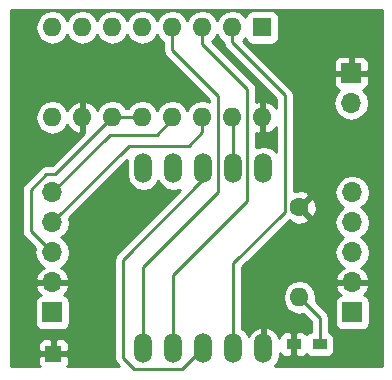
<source format=gbr>
G04 #@! TF.FileFunction,Copper,L1,Top,Signal*
%FSLAX46Y46*%
G04 Gerber Fmt 4.6, Leading zero omitted, Abs format (unit mm)*
G04 Created by KiCad (PCBNEW 4.0.7) date 12/07/18 00:23:05*
%MOMM*%
%LPD*%
G01*
G04 APERTURE LIST*
%ADD10C,0.100000*%
%ADD11R,1.700000X1.700000*%
%ADD12O,1.700000X1.700000*%
%ADD13R,1.600000X1.600000*%
%ADD14O,1.600000X1.600000*%
%ADD15O,1.524000X2.524000*%
%ADD16C,1.600000*%
%ADD17R,1.200000X0.900000*%
%ADD18R,1.350000X1.350000*%
%ADD19C,0.250000*%
%ADD20C,0.254000*%
G04 APERTURE END LIST*
D10*
D11*
X181406800Y-81483200D03*
D12*
X181406800Y-84023200D03*
D11*
X181508400Y-101752400D03*
D12*
X181508400Y-99212400D03*
X181508400Y-96672400D03*
X181508400Y-94132400D03*
X181508400Y-91592400D03*
D13*
X173888400Y-77622400D03*
D14*
X156108400Y-85242400D03*
X171348400Y-77622400D03*
X158648400Y-85242400D03*
X168808400Y-77622400D03*
X161188400Y-85242400D03*
X166268400Y-77622400D03*
X163728400Y-85242400D03*
X163728400Y-77622400D03*
X166268400Y-85242400D03*
X161188400Y-77622400D03*
X168808400Y-85242400D03*
X158648400Y-77622400D03*
X171348400Y-85242400D03*
X156108400Y-77622400D03*
X173888400Y-85242400D03*
D15*
X163830000Y-104800400D03*
X166370000Y-104800400D03*
X168910000Y-104800400D03*
X171450000Y-104800400D03*
X173990000Y-104800400D03*
X173990000Y-89560400D03*
X171450000Y-89560400D03*
X168910000Y-89560400D03*
X166370000Y-89560400D03*
X163830000Y-89560400D03*
D11*
X156108400Y-101752400D03*
D12*
X156108400Y-99212400D03*
X156108400Y-96672400D03*
X156108400Y-94132400D03*
X156108400Y-91592400D03*
D16*
X177038000Y-92862400D03*
D14*
X177038000Y-100482400D03*
D17*
X176547600Y-104444800D03*
X178747600Y-104444800D03*
D18*
X156210000Y-105257600D03*
D19*
X163728400Y-85242400D02*
X161188400Y-85242400D01*
X161188400Y-85242400D02*
X156362400Y-90068400D01*
X156362400Y-90068400D02*
X155600400Y-90068400D01*
X155600400Y-90068400D02*
X154279600Y-91389200D01*
X154279600Y-91389200D02*
X154279600Y-94843600D01*
X154279600Y-94843600D02*
X156108400Y-96672400D01*
X171348400Y-77622400D02*
X171348400Y-78892400D01*
X171450000Y-97586800D02*
X171450000Y-104800400D01*
X175818800Y-93218000D02*
X171450000Y-97586800D01*
X175818800Y-83362800D02*
X175818800Y-93218000D01*
X171348400Y-78892400D02*
X175818800Y-83362800D01*
X168808400Y-77622400D02*
X168808400Y-79044800D01*
X166370000Y-98552000D02*
X166370000Y-104800400D01*
X172618400Y-92303600D02*
X166370000Y-98552000D01*
X172618400Y-82854800D02*
X172618400Y-92303600D01*
X168808400Y-79044800D02*
X172618400Y-82854800D01*
X166268400Y-77622400D02*
X166268400Y-79552800D01*
X163830000Y-97942400D02*
X163830000Y-104800400D01*
X170180000Y-91592400D02*
X163830000Y-97942400D01*
X170180000Y-83464400D02*
X170180000Y-91592400D01*
X166268400Y-79552800D02*
X170180000Y-83464400D01*
X171450000Y-89560400D02*
X171450000Y-85344000D01*
X171450000Y-85344000D02*
X171348400Y-85242400D01*
X168808400Y-85242400D02*
X168808400Y-86512400D01*
X162610800Y-87630000D02*
X156108400Y-94132400D01*
X167690800Y-87630000D02*
X162610800Y-87630000D01*
X168808400Y-86512400D02*
X167690800Y-87630000D01*
X166268400Y-85242400D02*
X166268400Y-85394800D01*
X166268400Y-85394800D02*
X164947600Y-86715600D01*
X160985200Y-86715600D02*
X156108400Y-91592400D01*
X164947600Y-86715600D02*
X160985200Y-86715600D01*
X178747600Y-104444800D02*
X178747600Y-102192000D01*
X178747600Y-102192000D02*
X177038000Y-100482400D01*
X168910000Y-89560400D02*
X168910000Y-90474800D01*
X168910000Y-90474800D02*
X162102800Y-97282000D01*
X167132000Y-106578400D02*
X168910000Y-104800400D01*
X163068000Y-106578400D02*
X167132000Y-106578400D01*
X162102800Y-105613200D02*
X163068000Y-106578400D01*
X162102800Y-97282000D02*
X162102800Y-105613200D01*
D20*
G36*
X183998800Y-106325600D02*
X174930399Y-106325600D01*
X175232059Y-105952341D01*
X175387000Y-105427400D01*
X175387000Y-105200727D01*
X175409273Y-105254499D01*
X175587902Y-105433127D01*
X175821291Y-105529800D01*
X176261850Y-105529800D01*
X176420600Y-105371050D01*
X176420600Y-104571800D01*
X176400600Y-104571800D01*
X176400600Y-104317800D01*
X176420600Y-104317800D01*
X176420600Y-103518550D01*
X176261850Y-103359800D01*
X175821291Y-103359800D01*
X175587902Y-103456473D01*
X175409273Y-103635101D01*
X175312600Y-103868490D01*
X175312600Y-103921332D01*
X175232059Y-103648459D01*
X174888026Y-103222770D01*
X174407277Y-102961140D01*
X174333070Y-102946180D01*
X174117000Y-103068680D01*
X174117000Y-104673400D01*
X174137000Y-104673400D01*
X174137000Y-104927400D01*
X174117000Y-104927400D01*
X174117000Y-104947400D01*
X173863000Y-104947400D01*
X173863000Y-104927400D01*
X173843000Y-104927400D01*
X173843000Y-104673400D01*
X173863000Y-104673400D01*
X173863000Y-103068680D01*
X173646930Y-102946180D01*
X173572723Y-102961140D01*
X173091974Y-103222770D01*
X172747941Y-103648459D01*
X172729298Y-103711622D01*
X172437828Y-103275408D01*
X172210000Y-103123178D01*
X172210000Y-100454287D01*
X175603000Y-100454287D01*
X175603000Y-100510513D01*
X175712233Y-101059664D01*
X176023302Y-101525211D01*
X176488849Y-101836280D01*
X177038000Y-101945513D01*
X177361886Y-101881088D01*
X177987600Y-102506803D01*
X177987600Y-103377466D01*
X177912283Y-103391638D01*
X177696159Y-103530710D01*
X177649631Y-103598806D01*
X177507298Y-103456473D01*
X177273909Y-103359800D01*
X176833350Y-103359800D01*
X176674600Y-103518550D01*
X176674600Y-104317800D01*
X176694600Y-104317800D01*
X176694600Y-104571800D01*
X176674600Y-104571800D01*
X176674600Y-105371050D01*
X176833350Y-105529800D01*
X177273909Y-105529800D01*
X177507298Y-105433127D01*
X177648536Y-105291890D01*
X177683510Y-105346241D01*
X177895710Y-105491231D01*
X178147600Y-105542240D01*
X179347600Y-105542240D01*
X179582917Y-105497962D01*
X179799041Y-105358890D01*
X179944031Y-105146690D01*
X179995040Y-104894800D01*
X179995040Y-103994800D01*
X179950762Y-103759483D01*
X179811690Y-103543359D01*
X179599490Y-103398369D01*
X179507600Y-103379761D01*
X179507600Y-102192000D01*
X179449748Y-101901161D01*
X179406396Y-101836280D01*
X179285002Y-101654599D01*
X178532803Y-100902400D01*
X180010960Y-100902400D01*
X180010960Y-102602400D01*
X180055238Y-102837717D01*
X180194310Y-103053841D01*
X180406510Y-103198831D01*
X180658400Y-103249840D01*
X182358400Y-103249840D01*
X182593717Y-103205562D01*
X182809841Y-103066490D01*
X182954831Y-102854290D01*
X183005840Y-102602400D01*
X183005840Y-100902400D01*
X182961562Y-100667083D01*
X182822490Y-100450959D01*
X182610290Y-100305969D01*
X182502293Y-100284099D01*
X182780045Y-99979324D01*
X182949876Y-99569290D01*
X182828555Y-99339400D01*
X181635400Y-99339400D01*
X181635400Y-99359400D01*
X181381400Y-99359400D01*
X181381400Y-99339400D01*
X180188245Y-99339400D01*
X180066924Y-99569290D01*
X180236755Y-99979324D01*
X180512901Y-100282337D01*
X180423083Y-100299238D01*
X180206959Y-100438310D01*
X180061969Y-100650510D01*
X180010960Y-100902400D01*
X178532803Y-100902400D01*
X178417904Y-100787501D01*
X178473000Y-100510513D01*
X178473000Y-100454287D01*
X178363767Y-99905136D01*
X178052698Y-99439589D01*
X177587151Y-99128520D01*
X177038000Y-99019287D01*
X176488849Y-99128520D01*
X176023302Y-99439589D01*
X175712233Y-99905136D01*
X175603000Y-100454287D01*
X172210000Y-100454287D01*
X172210000Y-97901602D01*
X176217175Y-93894427D01*
X176283995Y-94116264D01*
X176821223Y-94309365D01*
X177391454Y-94282178D01*
X177792005Y-94116264D01*
X177866139Y-93870145D01*
X177038000Y-93042005D01*
X177023858Y-93056148D01*
X176844253Y-92876543D01*
X176858395Y-92862400D01*
X177217605Y-92862400D01*
X178045745Y-93690539D01*
X178291864Y-93616405D01*
X178484965Y-93079177D01*
X178457778Y-92508946D01*
X178291864Y-92108395D01*
X178045745Y-92034261D01*
X177217605Y-92862400D01*
X176858395Y-92862400D01*
X176844253Y-92848258D01*
X177023858Y-92668652D01*
X177038000Y-92682795D01*
X177866139Y-91854655D01*
X177792005Y-91608536D01*
X177747113Y-91592400D01*
X179994307Y-91592400D01*
X180107346Y-92160685D01*
X180429253Y-92642454D01*
X180758426Y-92862400D01*
X180429253Y-93082346D01*
X180107346Y-93564115D01*
X179994307Y-94132400D01*
X180107346Y-94700685D01*
X180429253Y-95182454D01*
X180758426Y-95402400D01*
X180429253Y-95622346D01*
X180107346Y-96104115D01*
X179994307Y-96672400D01*
X180107346Y-97240685D01*
X180429253Y-97722454D01*
X180769953Y-97950102D01*
X180627042Y-98017217D01*
X180236755Y-98445476D01*
X180066924Y-98855510D01*
X180188245Y-99085400D01*
X181381400Y-99085400D01*
X181381400Y-99065400D01*
X181635400Y-99065400D01*
X181635400Y-99085400D01*
X182828555Y-99085400D01*
X182949876Y-98855510D01*
X182780045Y-98445476D01*
X182389758Y-98017217D01*
X182246847Y-97950102D01*
X182587547Y-97722454D01*
X182909454Y-97240685D01*
X183022493Y-96672400D01*
X182909454Y-96104115D01*
X182587547Y-95622346D01*
X182258374Y-95402400D01*
X182587547Y-95182454D01*
X182909454Y-94700685D01*
X183022493Y-94132400D01*
X182909454Y-93564115D01*
X182587547Y-93082346D01*
X182258374Y-92862400D01*
X182587547Y-92642454D01*
X182909454Y-92160685D01*
X183022493Y-91592400D01*
X182909454Y-91024115D01*
X182587547Y-90542346D01*
X182105778Y-90220439D01*
X181537493Y-90107400D01*
X181479307Y-90107400D01*
X180911022Y-90220439D01*
X180429253Y-90542346D01*
X180107346Y-91024115D01*
X179994307Y-91592400D01*
X177747113Y-91592400D01*
X177254777Y-91415435D01*
X176684546Y-91442622D01*
X176578800Y-91486424D01*
X176578800Y-84023200D01*
X179892707Y-84023200D01*
X180005746Y-84591485D01*
X180327653Y-85073254D01*
X180809422Y-85395161D01*
X181377707Y-85508200D01*
X181435893Y-85508200D01*
X182004178Y-85395161D01*
X182485947Y-85073254D01*
X182807854Y-84591485D01*
X182920893Y-84023200D01*
X182807854Y-83454915D01*
X182485947Y-82973146D01*
X182442023Y-82943797D01*
X182616498Y-82871527D01*
X182795127Y-82692899D01*
X182891800Y-82459510D01*
X182891800Y-81768950D01*
X182733050Y-81610200D01*
X181533800Y-81610200D01*
X181533800Y-81630200D01*
X181279800Y-81630200D01*
X181279800Y-81610200D01*
X180080550Y-81610200D01*
X179921800Y-81768950D01*
X179921800Y-82459510D01*
X180018473Y-82692899D01*
X180197102Y-82871527D01*
X180371577Y-82943797D01*
X180327653Y-82973146D01*
X180005746Y-83454915D01*
X179892707Y-84023200D01*
X176578800Y-84023200D01*
X176578800Y-83362800D01*
X176520948Y-83071961D01*
X176520948Y-83071960D01*
X176356201Y-82825399D01*
X174037692Y-80506890D01*
X179921800Y-80506890D01*
X179921800Y-81197450D01*
X180080550Y-81356200D01*
X181279800Y-81356200D01*
X181279800Y-80156950D01*
X181533800Y-80156950D01*
X181533800Y-81356200D01*
X182733050Y-81356200D01*
X182891800Y-81197450D01*
X182891800Y-80506890D01*
X182795127Y-80273501D01*
X182616498Y-80094873D01*
X182383109Y-79998200D01*
X181692550Y-79998200D01*
X181533800Y-80156950D01*
X181279800Y-80156950D01*
X181121050Y-79998200D01*
X180430491Y-79998200D01*
X180197102Y-80094873D01*
X180018473Y-80273501D01*
X179921800Y-80506890D01*
X174037692Y-80506890D01*
X172262938Y-78732136D01*
X172363098Y-78665211D01*
X172459501Y-78520935D01*
X172485238Y-78657717D01*
X172624310Y-78873841D01*
X172836510Y-79018831D01*
X173088400Y-79069840D01*
X174688400Y-79069840D01*
X174923717Y-79025562D01*
X175139841Y-78886490D01*
X175284831Y-78674290D01*
X175335840Y-78422400D01*
X175335840Y-76822400D01*
X175291562Y-76587083D01*
X175152490Y-76370959D01*
X174940290Y-76225969D01*
X174688400Y-76174960D01*
X173088400Y-76174960D01*
X172853083Y-76219238D01*
X172636959Y-76358310D01*
X172491969Y-76570510D01*
X172460585Y-76725489D01*
X172363098Y-76579589D01*
X171897551Y-76268520D01*
X171348400Y-76159287D01*
X170799249Y-76268520D01*
X170333702Y-76579589D01*
X170078400Y-76961675D01*
X169823098Y-76579589D01*
X169357551Y-76268520D01*
X168808400Y-76159287D01*
X168259249Y-76268520D01*
X167793702Y-76579589D01*
X167538400Y-76961675D01*
X167283098Y-76579589D01*
X166817551Y-76268520D01*
X166268400Y-76159287D01*
X165719249Y-76268520D01*
X165253702Y-76579589D01*
X164998400Y-76961675D01*
X164743098Y-76579589D01*
X164277551Y-76268520D01*
X163728400Y-76159287D01*
X163179249Y-76268520D01*
X162713702Y-76579589D01*
X162458400Y-76961675D01*
X162203098Y-76579589D01*
X161737551Y-76268520D01*
X161188400Y-76159287D01*
X160639249Y-76268520D01*
X160173702Y-76579589D01*
X159918400Y-76961675D01*
X159663098Y-76579589D01*
X159197551Y-76268520D01*
X158648400Y-76159287D01*
X158099249Y-76268520D01*
X157633702Y-76579589D01*
X157378400Y-76961675D01*
X157123098Y-76579589D01*
X156657551Y-76268520D01*
X156108400Y-76159287D01*
X155559249Y-76268520D01*
X155093702Y-76579589D01*
X154782633Y-77045136D01*
X154673400Y-77594287D01*
X154673400Y-77650513D01*
X154782633Y-78199664D01*
X155093702Y-78665211D01*
X155559249Y-78976280D01*
X156108400Y-79085513D01*
X156657551Y-78976280D01*
X157123098Y-78665211D01*
X157378400Y-78283125D01*
X157633702Y-78665211D01*
X158099249Y-78976280D01*
X158648400Y-79085513D01*
X159197551Y-78976280D01*
X159663098Y-78665211D01*
X159918400Y-78283125D01*
X160173702Y-78665211D01*
X160639249Y-78976280D01*
X161188400Y-79085513D01*
X161737551Y-78976280D01*
X162203098Y-78665211D01*
X162458400Y-78283125D01*
X162713702Y-78665211D01*
X163179249Y-78976280D01*
X163728400Y-79085513D01*
X164277551Y-78976280D01*
X164743098Y-78665211D01*
X164998400Y-78283125D01*
X165253702Y-78665211D01*
X165508400Y-78835395D01*
X165508400Y-79552800D01*
X165566252Y-79843639D01*
X165730999Y-80090201D01*
X169420000Y-83779202D01*
X169420000Y-83930247D01*
X169357551Y-83888520D01*
X168808400Y-83779287D01*
X168259249Y-83888520D01*
X167793702Y-84199589D01*
X167538400Y-84581675D01*
X167283098Y-84199589D01*
X166817551Y-83888520D01*
X166268400Y-83779287D01*
X165719249Y-83888520D01*
X165253702Y-84199589D01*
X164998400Y-84581675D01*
X164743098Y-84199589D01*
X164277551Y-83888520D01*
X163728400Y-83779287D01*
X163179249Y-83888520D01*
X162713702Y-84199589D01*
X162524733Y-84482400D01*
X162392067Y-84482400D01*
X162203098Y-84199589D01*
X161737551Y-83888520D01*
X161188400Y-83779287D01*
X160639249Y-83888520D01*
X160173702Y-84199589D01*
X159903414Y-84604103D01*
X159800789Y-84387266D01*
X159385823Y-84011359D01*
X158997439Y-83850496D01*
X158775400Y-83972485D01*
X158775400Y-85115400D01*
X158795400Y-85115400D01*
X158795400Y-85369400D01*
X158775400Y-85369400D01*
X158775400Y-86512315D01*
X158819471Y-86536527D01*
X156047598Y-89308400D01*
X155600400Y-89308400D01*
X155309560Y-89366252D01*
X155062999Y-89530999D01*
X153742199Y-90851799D01*
X153577452Y-91098361D01*
X153519600Y-91389200D01*
X153519600Y-94843600D01*
X153577452Y-95134439D01*
X153742199Y-95381001D01*
X154667190Y-96305992D01*
X154594307Y-96672400D01*
X154707346Y-97240685D01*
X155029253Y-97722454D01*
X155369953Y-97950102D01*
X155227042Y-98017217D01*
X154836755Y-98445476D01*
X154666924Y-98855510D01*
X154788245Y-99085400D01*
X155981400Y-99085400D01*
X155981400Y-99065400D01*
X156235400Y-99065400D01*
X156235400Y-99085400D01*
X157428555Y-99085400D01*
X157549876Y-98855510D01*
X157380045Y-98445476D01*
X156989758Y-98017217D01*
X156846847Y-97950102D01*
X157187547Y-97722454D01*
X157509454Y-97240685D01*
X157622493Y-96672400D01*
X157509454Y-96104115D01*
X157187547Y-95622346D01*
X156858374Y-95402400D01*
X157187547Y-95182454D01*
X157509454Y-94700685D01*
X157622493Y-94132400D01*
X157549610Y-93765992D01*
X162467920Y-88847682D01*
X162433000Y-89023236D01*
X162433000Y-90097564D01*
X162539340Y-90632173D01*
X162842172Y-91085392D01*
X163295391Y-91388224D01*
X163830000Y-91494564D01*
X164364609Y-91388224D01*
X164817828Y-91085392D01*
X165100000Y-90663093D01*
X165382172Y-91085392D01*
X165835391Y-91388224D01*
X166370000Y-91494564D01*
X166904609Y-91388224D01*
X166956339Y-91353659D01*
X161565399Y-96744599D01*
X161400652Y-96991161D01*
X161342800Y-97282000D01*
X161342800Y-105613200D01*
X161400652Y-105904039D01*
X161565399Y-106150601D01*
X161740398Y-106325600D01*
X157390026Y-106325600D01*
X157423327Y-106292299D01*
X157520000Y-106058910D01*
X157520000Y-105543350D01*
X157361250Y-105384600D01*
X156337000Y-105384600D01*
X156337000Y-105404600D01*
X156083000Y-105404600D01*
X156083000Y-105384600D01*
X155058750Y-105384600D01*
X154900000Y-105543350D01*
X154900000Y-106058910D01*
X154996673Y-106292299D01*
X155029974Y-106325600D01*
X152602000Y-106325600D01*
X152602000Y-104456290D01*
X154900000Y-104456290D01*
X154900000Y-104971850D01*
X155058750Y-105130600D01*
X156083000Y-105130600D01*
X156083000Y-104106350D01*
X156337000Y-104106350D01*
X156337000Y-105130600D01*
X157361250Y-105130600D01*
X157520000Y-104971850D01*
X157520000Y-104456290D01*
X157423327Y-104222901D01*
X157244698Y-104044273D01*
X157011309Y-103947600D01*
X156495750Y-103947600D01*
X156337000Y-104106350D01*
X156083000Y-104106350D01*
X155924250Y-103947600D01*
X155408691Y-103947600D01*
X155175302Y-104044273D01*
X154996673Y-104222901D01*
X154900000Y-104456290D01*
X152602000Y-104456290D01*
X152602000Y-100902400D01*
X154610960Y-100902400D01*
X154610960Y-102602400D01*
X154655238Y-102837717D01*
X154794310Y-103053841D01*
X155006510Y-103198831D01*
X155258400Y-103249840D01*
X156958400Y-103249840D01*
X157193717Y-103205562D01*
X157409841Y-103066490D01*
X157554831Y-102854290D01*
X157605840Y-102602400D01*
X157605840Y-100902400D01*
X157561562Y-100667083D01*
X157422490Y-100450959D01*
X157210290Y-100305969D01*
X157102293Y-100284099D01*
X157380045Y-99979324D01*
X157549876Y-99569290D01*
X157428555Y-99339400D01*
X156235400Y-99339400D01*
X156235400Y-99359400D01*
X155981400Y-99359400D01*
X155981400Y-99339400D01*
X154788245Y-99339400D01*
X154666924Y-99569290D01*
X154836755Y-99979324D01*
X155112901Y-100282337D01*
X155023083Y-100299238D01*
X154806959Y-100438310D01*
X154661969Y-100650510D01*
X154610960Y-100902400D01*
X152602000Y-100902400D01*
X152602000Y-85214287D01*
X154673400Y-85214287D01*
X154673400Y-85270513D01*
X154782633Y-85819664D01*
X155093702Y-86285211D01*
X155559249Y-86596280D01*
X156108400Y-86705513D01*
X156657551Y-86596280D01*
X157123098Y-86285211D01*
X157393386Y-85880697D01*
X157496011Y-86097534D01*
X157910977Y-86473441D01*
X158299361Y-86634304D01*
X158521400Y-86512315D01*
X158521400Y-85369400D01*
X158501400Y-85369400D01*
X158501400Y-85115400D01*
X158521400Y-85115400D01*
X158521400Y-83972485D01*
X158299361Y-83850496D01*
X157910977Y-84011359D01*
X157496011Y-84387266D01*
X157393386Y-84604103D01*
X157123098Y-84199589D01*
X156657551Y-83888520D01*
X156108400Y-83779287D01*
X155559249Y-83888520D01*
X155093702Y-84199589D01*
X154782633Y-84665136D01*
X154673400Y-85214287D01*
X152602000Y-85214287D01*
X152602000Y-76148000D01*
X183998800Y-76148000D01*
X183998800Y-106325600D01*
X183998800Y-106325600D01*
G37*
X183998800Y-106325600D02*
X174930399Y-106325600D01*
X175232059Y-105952341D01*
X175387000Y-105427400D01*
X175387000Y-105200727D01*
X175409273Y-105254499D01*
X175587902Y-105433127D01*
X175821291Y-105529800D01*
X176261850Y-105529800D01*
X176420600Y-105371050D01*
X176420600Y-104571800D01*
X176400600Y-104571800D01*
X176400600Y-104317800D01*
X176420600Y-104317800D01*
X176420600Y-103518550D01*
X176261850Y-103359800D01*
X175821291Y-103359800D01*
X175587902Y-103456473D01*
X175409273Y-103635101D01*
X175312600Y-103868490D01*
X175312600Y-103921332D01*
X175232059Y-103648459D01*
X174888026Y-103222770D01*
X174407277Y-102961140D01*
X174333070Y-102946180D01*
X174117000Y-103068680D01*
X174117000Y-104673400D01*
X174137000Y-104673400D01*
X174137000Y-104927400D01*
X174117000Y-104927400D01*
X174117000Y-104947400D01*
X173863000Y-104947400D01*
X173863000Y-104927400D01*
X173843000Y-104927400D01*
X173843000Y-104673400D01*
X173863000Y-104673400D01*
X173863000Y-103068680D01*
X173646930Y-102946180D01*
X173572723Y-102961140D01*
X173091974Y-103222770D01*
X172747941Y-103648459D01*
X172729298Y-103711622D01*
X172437828Y-103275408D01*
X172210000Y-103123178D01*
X172210000Y-100454287D01*
X175603000Y-100454287D01*
X175603000Y-100510513D01*
X175712233Y-101059664D01*
X176023302Y-101525211D01*
X176488849Y-101836280D01*
X177038000Y-101945513D01*
X177361886Y-101881088D01*
X177987600Y-102506803D01*
X177987600Y-103377466D01*
X177912283Y-103391638D01*
X177696159Y-103530710D01*
X177649631Y-103598806D01*
X177507298Y-103456473D01*
X177273909Y-103359800D01*
X176833350Y-103359800D01*
X176674600Y-103518550D01*
X176674600Y-104317800D01*
X176694600Y-104317800D01*
X176694600Y-104571800D01*
X176674600Y-104571800D01*
X176674600Y-105371050D01*
X176833350Y-105529800D01*
X177273909Y-105529800D01*
X177507298Y-105433127D01*
X177648536Y-105291890D01*
X177683510Y-105346241D01*
X177895710Y-105491231D01*
X178147600Y-105542240D01*
X179347600Y-105542240D01*
X179582917Y-105497962D01*
X179799041Y-105358890D01*
X179944031Y-105146690D01*
X179995040Y-104894800D01*
X179995040Y-103994800D01*
X179950762Y-103759483D01*
X179811690Y-103543359D01*
X179599490Y-103398369D01*
X179507600Y-103379761D01*
X179507600Y-102192000D01*
X179449748Y-101901161D01*
X179406396Y-101836280D01*
X179285002Y-101654599D01*
X178532803Y-100902400D01*
X180010960Y-100902400D01*
X180010960Y-102602400D01*
X180055238Y-102837717D01*
X180194310Y-103053841D01*
X180406510Y-103198831D01*
X180658400Y-103249840D01*
X182358400Y-103249840D01*
X182593717Y-103205562D01*
X182809841Y-103066490D01*
X182954831Y-102854290D01*
X183005840Y-102602400D01*
X183005840Y-100902400D01*
X182961562Y-100667083D01*
X182822490Y-100450959D01*
X182610290Y-100305969D01*
X182502293Y-100284099D01*
X182780045Y-99979324D01*
X182949876Y-99569290D01*
X182828555Y-99339400D01*
X181635400Y-99339400D01*
X181635400Y-99359400D01*
X181381400Y-99359400D01*
X181381400Y-99339400D01*
X180188245Y-99339400D01*
X180066924Y-99569290D01*
X180236755Y-99979324D01*
X180512901Y-100282337D01*
X180423083Y-100299238D01*
X180206959Y-100438310D01*
X180061969Y-100650510D01*
X180010960Y-100902400D01*
X178532803Y-100902400D01*
X178417904Y-100787501D01*
X178473000Y-100510513D01*
X178473000Y-100454287D01*
X178363767Y-99905136D01*
X178052698Y-99439589D01*
X177587151Y-99128520D01*
X177038000Y-99019287D01*
X176488849Y-99128520D01*
X176023302Y-99439589D01*
X175712233Y-99905136D01*
X175603000Y-100454287D01*
X172210000Y-100454287D01*
X172210000Y-97901602D01*
X176217175Y-93894427D01*
X176283995Y-94116264D01*
X176821223Y-94309365D01*
X177391454Y-94282178D01*
X177792005Y-94116264D01*
X177866139Y-93870145D01*
X177038000Y-93042005D01*
X177023858Y-93056148D01*
X176844253Y-92876543D01*
X176858395Y-92862400D01*
X177217605Y-92862400D01*
X178045745Y-93690539D01*
X178291864Y-93616405D01*
X178484965Y-93079177D01*
X178457778Y-92508946D01*
X178291864Y-92108395D01*
X178045745Y-92034261D01*
X177217605Y-92862400D01*
X176858395Y-92862400D01*
X176844253Y-92848258D01*
X177023858Y-92668652D01*
X177038000Y-92682795D01*
X177866139Y-91854655D01*
X177792005Y-91608536D01*
X177747113Y-91592400D01*
X179994307Y-91592400D01*
X180107346Y-92160685D01*
X180429253Y-92642454D01*
X180758426Y-92862400D01*
X180429253Y-93082346D01*
X180107346Y-93564115D01*
X179994307Y-94132400D01*
X180107346Y-94700685D01*
X180429253Y-95182454D01*
X180758426Y-95402400D01*
X180429253Y-95622346D01*
X180107346Y-96104115D01*
X179994307Y-96672400D01*
X180107346Y-97240685D01*
X180429253Y-97722454D01*
X180769953Y-97950102D01*
X180627042Y-98017217D01*
X180236755Y-98445476D01*
X180066924Y-98855510D01*
X180188245Y-99085400D01*
X181381400Y-99085400D01*
X181381400Y-99065400D01*
X181635400Y-99065400D01*
X181635400Y-99085400D01*
X182828555Y-99085400D01*
X182949876Y-98855510D01*
X182780045Y-98445476D01*
X182389758Y-98017217D01*
X182246847Y-97950102D01*
X182587547Y-97722454D01*
X182909454Y-97240685D01*
X183022493Y-96672400D01*
X182909454Y-96104115D01*
X182587547Y-95622346D01*
X182258374Y-95402400D01*
X182587547Y-95182454D01*
X182909454Y-94700685D01*
X183022493Y-94132400D01*
X182909454Y-93564115D01*
X182587547Y-93082346D01*
X182258374Y-92862400D01*
X182587547Y-92642454D01*
X182909454Y-92160685D01*
X183022493Y-91592400D01*
X182909454Y-91024115D01*
X182587547Y-90542346D01*
X182105778Y-90220439D01*
X181537493Y-90107400D01*
X181479307Y-90107400D01*
X180911022Y-90220439D01*
X180429253Y-90542346D01*
X180107346Y-91024115D01*
X179994307Y-91592400D01*
X177747113Y-91592400D01*
X177254777Y-91415435D01*
X176684546Y-91442622D01*
X176578800Y-91486424D01*
X176578800Y-84023200D01*
X179892707Y-84023200D01*
X180005746Y-84591485D01*
X180327653Y-85073254D01*
X180809422Y-85395161D01*
X181377707Y-85508200D01*
X181435893Y-85508200D01*
X182004178Y-85395161D01*
X182485947Y-85073254D01*
X182807854Y-84591485D01*
X182920893Y-84023200D01*
X182807854Y-83454915D01*
X182485947Y-82973146D01*
X182442023Y-82943797D01*
X182616498Y-82871527D01*
X182795127Y-82692899D01*
X182891800Y-82459510D01*
X182891800Y-81768950D01*
X182733050Y-81610200D01*
X181533800Y-81610200D01*
X181533800Y-81630200D01*
X181279800Y-81630200D01*
X181279800Y-81610200D01*
X180080550Y-81610200D01*
X179921800Y-81768950D01*
X179921800Y-82459510D01*
X180018473Y-82692899D01*
X180197102Y-82871527D01*
X180371577Y-82943797D01*
X180327653Y-82973146D01*
X180005746Y-83454915D01*
X179892707Y-84023200D01*
X176578800Y-84023200D01*
X176578800Y-83362800D01*
X176520948Y-83071961D01*
X176520948Y-83071960D01*
X176356201Y-82825399D01*
X174037692Y-80506890D01*
X179921800Y-80506890D01*
X179921800Y-81197450D01*
X180080550Y-81356200D01*
X181279800Y-81356200D01*
X181279800Y-80156950D01*
X181533800Y-80156950D01*
X181533800Y-81356200D01*
X182733050Y-81356200D01*
X182891800Y-81197450D01*
X182891800Y-80506890D01*
X182795127Y-80273501D01*
X182616498Y-80094873D01*
X182383109Y-79998200D01*
X181692550Y-79998200D01*
X181533800Y-80156950D01*
X181279800Y-80156950D01*
X181121050Y-79998200D01*
X180430491Y-79998200D01*
X180197102Y-80094873D01*
X180018473Y-80273501D01*
X179921800Y-80506890D01*
X174037692Y-80506890D01*
X172262938Y-78732136D01*
X172363098Y-78665211D01*
X172459501Y-78520935D01*
X172485238Y-78657717D01*
X172624310Y-78873841D01*
X172836510Y-79018831D01*
X173088400Y-79069840D01*
X174688400Y-79069840D01*
X174923717Y-79025562D01*
X175139841Y-78886490D01*
X175284831Y-78674290D01*
X175335840Y-78422400D01*
X175335840Y-76822400D01*
X175291562Y-76587083D01*
X175152490Y-76370959D01*
X174940290Y-76225969D01*
X174688400Y-76174960D01*
X173088400Y-76174960D01*
X172853083Y-76219238D01*
X172636959Y-76358310D01*
X172491969Y-76570510D01*
X172460585Y-76725489D01*
X172363098Y-76579589D01*
X171897551Y-76268520D01*
X171348400Y-76159287D01*
X170799249Y-76268520D01*
X170333702Y-76579589D01*
X170078400Y-76961675D01*
X169823098Y-76579589D01*
X169357551Y-76268520D01*
X168808400Y-76159287D01*
X168259249Y-76268520D01*
X167793702Y-76579589D01*
X167538400Y-76961675D01*
X167283098Y-76579589D01*
X166817551Y-76268520D01*
X166268400Y-76159287D01*
X165719249Y-76268520D01*
X165253702Y-76579589D01*
X164998400Y-76961675D01*
X164743098Y-76579589D01*
X164277551Y-76268520D01*
X163728400Y-76159287D01*
X163179249Y-76268520D01*
X162713702Y-76579589D01*
X162458400Y-76961675D01*
X162203098Y-76579589D01*
X161737551Y-76268520D01*
X161188400Y-76159287D01*
X160639249Y-76268520D01*
X160173702Y-76579589D01*
X159918400Y-76961675D01*
X159663098Y-76579589D01*
X159197551Y-76268520D01*
X158648400Y-76159287D01*
X158099249Y-76268520D01*
X157633702Y-76579589D01*
X157378400Y-76961675D01*
X157123098Y-76579589D01*
X156657551Y-76268520D01*
X156108400Y-76159287D01*
X155559249Y-76268520D01*
X155093702Y-76579589D01*
X154782633Y-77045136D01*
X154673400Y-77594287D01*
X154673400Y-77650513D01*
X154782633Y-78199664D01*
X155093702Y-78665211D01*
X155559249Y-78976280D01*
X156108400Y-79085513D01*
X156657551Y-78976280D01*
X157123098Y-78665211D01*
X157378400Y-78283125D01*
X157633702Y-78665211D01*
X158099249Y-78976280D01*
X158648400Y-79085513D01*
X159197551Y-78976280D01*
X159663098Y-78665211D01*
X159918400Y-78283125D01*
X160173702Y-78665211D01*
X160639249Y-78976280D01*
X161188400Y-79085513D01*
X161737551Y-78976280D01*
X162203098Y-78665211D01*
X162458400Y-78283125D01*
X162713702Y-78665211D01*
X163179249Y-78976280D01*
X163728400Y-79085513D01*
X164277551Y-78976280D01*
X164743098Y-78665211D01*
X164998400Y-78283125D01*
X165253702Y-78665211D01*
X165508400Y-78835395D01*
X165508400Y-79552800D01*
X165566252Y-79843639D01*
X165730999Y-80090201D01*
X169420000Y-83779202D01*
X169420000Y-83930247D01*
X169357551Y-83888520D01*
X168808400Y-83779287D01*
X168259249Y-83888520D01*
X167793702Y-84199589D01*
X167538400Y-84581675D01*
X167283098Y-84199589D01*
X166817551Y-83888520D01*
X166268400Y-83779287D01*
X165719249Y-83888520D01*
X165253702Y-84199589D01*
X164998400Y-84581675D01*
X164743098Y-84199589D01*
X164277551Y-83888520D01*
X163728400Y-83779287D01*
X163179249Y-83888520D01*
X162713702Y-84199589D01*
X162524733Y-84482400D01*
X162392067Y-84482400D01*
X162203098Y-84199589D01*
X161737551Y-83888520D01*
X161188400Y-83779287D01*
X160639249Y-83888520D01*
X160173702Y-84199589D01*
X159903414Y-84604103D01*
X159800789Y-84387266D01*
X159385823Y-84011359D01*
X158997439Y-83850496D01*
X158775400Y-83972485D01*
X158775400Y-85115400D01*
X158795400Y-85115400D01*
X158795400Y-85369400D01*
X158775400Y-85369400D01*
X158775400Y-86512315D01*
X158819471Y-86536527D01*
X156047598Y-89308400D01*
X155600400Y-89308400D01*
X155309560Y-89366252D01*
X155062999Y-89530999D01*
X153742199Y-90851799D01*
X153577452Y-91098361D01*
X153519600Y-91389200D01*
X153519600Y-94843600D01*
X153577452Y-95134439D01*
X153742199Y-95381001D01*
X154667190Y-96305992D01*
X154594307Y-96672400D01*
X154707346Y-97240685D01*
X155029253Y-97722454D01*
X155369953Y-97950102D01*
X155227042Y-98017217D01*
X154836755Y-98445476D01*
X154666924Y-98855510D01*
X154788245Y-99085400D01*
X155981400Y-99085400D01*
X155981400Y-99065400D01*
X156235400Y-99065400D01*
X156235400Y-99085400D01*
X157428555Y-99085400D01*
X157549876Y-98855510D01*
X157380045Y-98445476D01*
X156989758Y-98017217D01*
X156846847Y-97950102D01*
X157187547Y-97722454D01*
X157509454Y-97240685D01*
X157622493Y-96672400D01*
X157509454Y-96104115D01*
X157187547Y-95622346D01*
X156858374Y-95402400D01*
X157187547Y-95182454D01*
X157509454Y-94700685D01*
X157622493Y-94132400D01*
X157549610Y-93765992D01*
X162467920Y-88847682D01*
X162433000Y-89023236D01*
X162433000Y-90097564D01*
X162539340Y-90632173D01*
X162842172Y-91085392D01*
X163295391Y-91388224D01*
X163830000Y-91494564D01*
X164364609Y-91388224D01*
X164817828Y-91085392D01*
X165100000Y-90663093D01*
X165382172Y-91085392D01*
X165835391Y-91388224D01*
X166370000Y-91494564D01*
X166904609Y-91388224D01*
X166956339Y-91353659D01*
X161565399Y-96744599D01*
X161400652Y-96991161D01*
X161342800Y-97282000D01*
X161342800Y-105613200D01*
X161400652Y-105904039D01*
X161565399Y-106150601D01*
X161740398Y-106325600D01*
X157390026Y-106325600D01*
X157423327Y-106292299D01*
X157520000Y-106058910D01*
X157520000Y-105543350D01*
X157361250Y-105384600D01*
X156337000Y-105384600D01*
X156337000Y-105404600D01*
X156083000Y-105404600D01*
X156083000Y-105384600D01*
X155058750Y-105384600D01*
X154900000Y-105543350D01*
X154900000Y-106058910D01*
X154996673Y-106292299D01*
X155029974Y-106325600D01*
X152602000Y-106325600D01*
X152602000Y-104456290D01*
X154900000Y-104456290D01*
X154900000Y-104971850D01*
X155058750Y-105130600D01*
X156083000Y-105130600D01*
X156083000Y-104106350D01*
X156337000Y-104106350D01*
X156337000Y-105130600D01*
X157361250Y-105130600D01*
X157520000Y-104971850D01*
X157520000Y-104456290D01*
X157423327Y-104222901D01*
X157244698Y-104044273D01*
X157011309Y-103947600D01*
X156495750Y-103947600D01*
X156337000Y-104106350D01*
X156083000Y-104106350D01*
X155924250Y-103947600D01*
X155408691Y-103947600D01*
X155175302Y-104044273D01*
X154996673Y-104222901D01*
X154900000Y-104456290D01*
X152602000Y-104456290D01*
X152602000Y-100902400D01*
X154610960Y-100902400D01*
X154610960Y-102602400D01*
X154655238Y-102837717D01*
X154794310Y-103053841D01*
X155006510Y-103198831D01*
X155258400Y-103249840D01*
X156958400Y-103249840D01*
X157193717Y-103205562D01*
X157409841Y-103066490D01*
X157554831Y-102854290D01*
X157605840Y-102602400D01*
X157605840Y-100902400D01*
X157561562Y-100667083D01*
X157422490Y-100450959D01*
X157210290Y-100305969D01*
X157102293Y-100284099D01*
X157380045Y-99979324D01*
X157549876Y-99569290D01*
X157428555Y-99339400D01*
X156235400Y-99339400D01*
X156235400Y-99359400D01*
X155981400Y-99359400D01*
X155981400Y-99339400D01*
X154788245Y-99339400D01*
X154666924Y-99569290D01*
X154836755Y-99979324D01*
X155112901Y-100282337D01*
X155023083Y-100299238D01*
X154806959Y-100438310D01*
X154661969Y-100650510D01*
X154610960Y-100902400D01*
X152602000Y-100902400D01*
X152602000Y-85214287D01*
X154673400Y-85214287D01*
X154673400Y-85270513D01*
X154782633Y-85819664D01*
X155093702Y-86285211D01*
X155559249Y-86596280D01*
X156108400Y-86705513D01*
X156657551Y-86596280D01*
X157123098Y-86285211D01*
X157393386Y-85880697D01*
X157496011Y-86097534D01*
X157910977Y-86473441D01*
X158299361Y-86634304D01*
X158521400Y-86512315D01*
X158521400Y-85369400D01*
X158501400Y-85369400D01*
X158501400Y-85115400D01*
X158521400Y-85115400D01*
X158521400Y-83972485D01*
X158299361Y-83850496D01*
X157910977Y-84011359D01*
X157496011Y-84387266D01*
X157393386Y-84604103D01*
X157123098Y-84199589D01*
X156657551Y-83888520D01*
X156108400Y-83779287D01*
X155559249Y-83888520D01*
X155093702Y-84199589D01*
X154782633Y-84665136D01*
X154673400Y-85214287D01*
X152602000Y-85214287D01*
X152602000Y-76148000D01*
X183998800Y-76148000D01*
X183998800Y-106325600D01*
G36*
X170333702Y-78665211D02*
X170588400Y-78835395D01*
X170588400Y-78892400D01*
X170646252Y-79183239D01*
X170810999Y-79429801D01*
X175058800Y-83677602D01*
X175058800Y-84425321D01*
X175040789Y-84387266D01*
X174625823Y-84011359D01*
X174237439Y-83850496D01*
X174015400Y-83972485D01*
X174015400Y-85115400D01*
X174035400Y-85115400D01*
X174035400Y-85369400D01*
X174015400Y-85369400D01*
X174015400Y-86512315D01*
X174237439Y-86634304D01*
X174625823Y-86473441D01*
X175040789Y-86097534D01*
X175058800Y-86059479D01*
X175058800Y-88156591D01*
X174977828Y-88035408D01*
X174524609Y-87732576D01*
X173990000Y-87626236D01*
X173455391Y-87732576D01*
X173378400Y-87784020D01*
X173378400Y-86567636D01*
X173539361Y-86634304D01*
X173761400Y-86512315D01*
X173761400Y-85369400D01*
X173741400Y-85369400D01*
X173741400Y-85115400D01*
X173761400Y-85115400D01*
X173761400Y-83972485D01*
X173539361Y-83850496D01*
X173378400Y-83917164D01*
X173378400Y-82854800D01*
X173320548Y-82563961D01*
X173155801Y-82317399D01*
X169631581Y-78793179D01*
X169823098Y-78665211D01*
X170078400Y-78283125D01*
X170333702Y-78665211D01*
X170333702Y-78665211D01*
G37*
X170333702Y-78665211D02*
X170588400Y-78835395D01*
X170588400Y-78892400D01*
X170646252Y-79183239D01*
X170810999Y-79429801D01*
X175058800Y-83677602D01*
X175058800Y-84425321D01*
X175040789Y-84387266D01*
X174625823Y-84011359D01*
X174237439Y-83850496D01*
X174015400Y-83972485D01*
X174015400Y-85115400D01*
X174035400Y-85115400D01*
X174035400Y-85369400D01*
X174015400Y-85369400D01*
X174015400Y-86512315D01*
X174237439Y-86634304D01*
X174625823Y-86473441D01*
X175040789Y-86097534D01*
X175058800Y-86059479D01*
X175058800Y-88156591D01*
X174977828Y-88035408D01*
X174524609Y-87732576D01*
X173990000Y-87626236D01*
X173455391Y-87732576D01*
X173378400Y-87784020D01*
X173378400Y-86567636D01*
X173539361Y-86634304D01*
X173761400Y-86512315D01*
X173761400Y-85369400D01*
X173741400Y-85369400D01*
X173741400Y-85115400D01*
X173761400Y-85115400D01*
X173761400Y-83972485D01*
X173539361Y-83850496D01*
X173378400Y-83917164D01*
X173378400Y-82854800D01*
X173320548Y-82563961D01*
X173155801Y-82317399D01*
X169631581Y-78793179D01*
X169823098Y-78665211D01*
X170078400Y-78283125D01*
X170333702Y-78665211D01*
M02*

</source>
